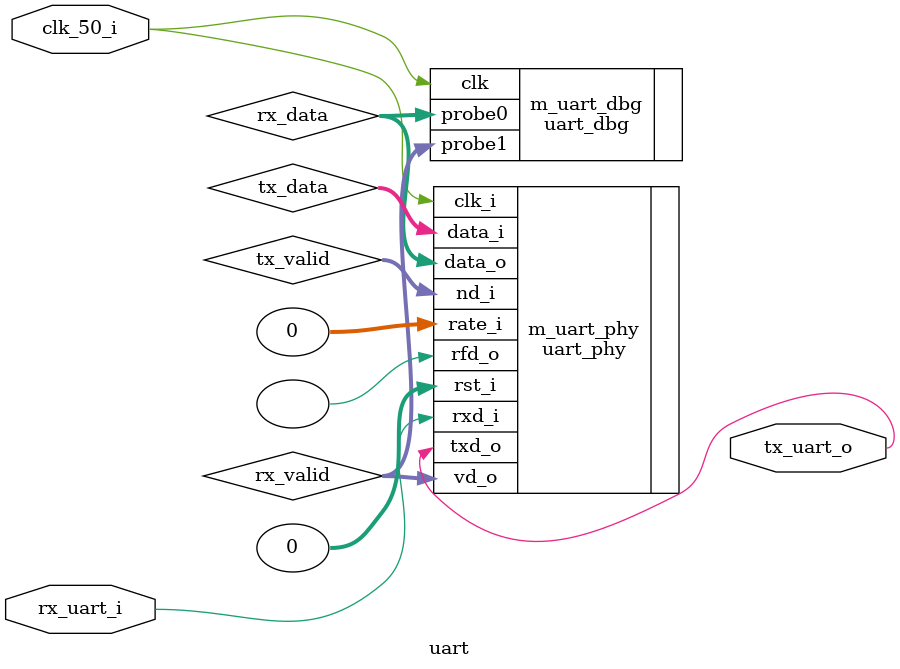
<source format=v>
module uart
	(
		input clk_50_i,
		input rx_uart_i,
		output tx_uart_o
	);


    wire [7:0] rx_data,rx_valid;
    wire [7:0] tx_data,tx_valid;

    reg [7:0] data_rx_for_vio;

    uart_dbg m_uart_dbg 
    (
        .clk(clk_50_i), // input wire clk
        .probe0(rx_data), // input wire [7:0]  probe0  
        .probe1(rx_valid) // input wire [0:0]  probe1
    );

    uart_phy 
    #(
        .FREQ(50000000),
        .BAUDRATE(115200)
    )
    m_uart_phy
    (
        .clk_i(clk_50_i),
        .rst_i(0),
        .rate_i(0),
        .rxd_i(rx_uart_i),
        .txd_o(tx_uart_o),
        .nd_i(tx_valid),
        .data_i(tx_data),
        .rfd_o(),
        .vd_o(rx_valid),
        .data_o(rx_data)
    );
    
    
    
    always @ (posedge clk_50_i)
    begin
        
        if (rx_valid)
            data_rx_for_vio <= rx_data;
    
    end


endmodule
</source>
